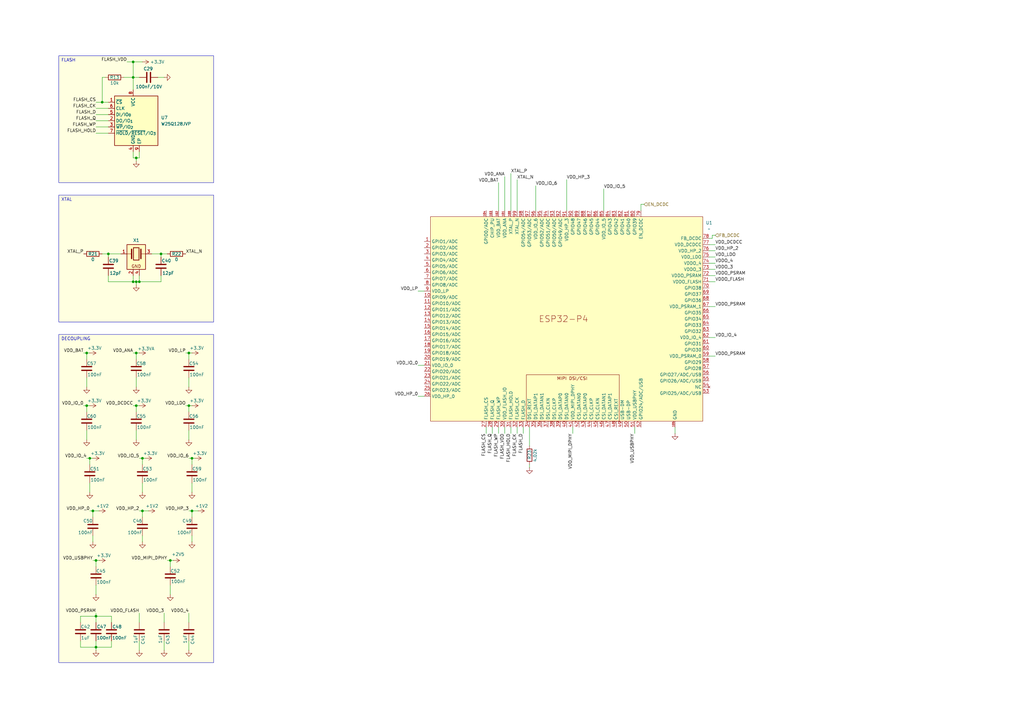
<source format=kicad_sch>
(kicad_sch (version 20250114) (generator "eeschema") (generator_version "9.0")
  (paper "A3")
  (lib_symbols
    (symbol "Device:C" (pin_numbers (hide yes)) (pin_names (offset 0.254))
      (property "Reference" "C" (at 0.635 2.54 0))
      (property "Value" "C" (at 0.635 -2.54 0))
      (symbol "C_1_1"
        (pin passive line (at 0 3.81 270) (length 2.794) (name "~") (number "1"))
        (pin passive line (at 0 -3.81 90) (length 2.794) (name "~") (number "2"))
      )
    )
    (symbol "Device:R" (pin_numbers (hide yes)) (pin_names (offset 0))
      (property "Reference" "R" (at 2.032 0 90))
      (property "Value" "R" (at 0 0 90))
      (symbol "R_1_1"
        (pin passive line (at 0 3.81 270) (length 1.27) (name "~") (number "1"))
        (pin passive line (at 0 -3.81 90) (length 1.27) (name "~") (number "2"))
      )
    )
    (symbol "Memory_Flash:W25Q128JVP"
      (property "Reference" "U" (at -6.35 11.43 0))
      (property "Value" "W25Q128JVP" (at 7.62 11.43 0))
      (symbol "W25Q128JVP_1_1"
        (pin input line (at -10.16 7.62 0) (length 2.54) (name "~{CS}") (number "1"))
        (pin input line (at -10.16 5.08 0) (length 2.54) (name "CLK") (number "6"))
        (pin bidirectional line (at -10.16 2.54 0) (length 2.54) (name "DI/IO_{0}") (number "5"))
        (pin bidirectional line (at -10.16 0 0) (length 2.54) (name "DO/IO_{1}") (number "2"))
        (pin bidirectional line (at -10.16 -2.54 0) (length 2.54) (name "~{WP}/IO_{2}") (number "3"))
        (pin bidirectional line (at -10.16 -5.08 0) (length 2.54) (name "~{HOLD}/~{RESET}/IO_{3}") (number "7"))
        (pin power_in line (at 0 12.7 270) (length 2.54) (name "VCC") (number "8"))
        (pin power_in line (at 0 -12.7 90) (length 2.54) (name "GND") (number "4"))
        (pin passive line (at 2.54 -12.7 90) (length 2.54) (name "EP") (number "9"))
      )
    )
    (symbol "PCM_Crystal_AKL:Crystal_Generic_GND24" (pin_names (offset 1.016) (hide yes))
      (property "Reference" "X" (at 0 8.89 0))
      (property "Value" "Crystal_Generic" (at 0 6.35 0))
      (symbol "Crystal_Generic_GND24_0_1"
        (text "GND" (at 0 -5.08 0) (effects (font (size 1.27 1.27))))
      )
      (symbol "Crystal_Generic_GND24_1_1"
        (pin passive line (at -6.35 0 0) (length 2.54) (name "1") (number "1"))
        (pin passive line (at -1.27 -8.89 90) (length 2.54) (name "2") (number "2"))
        (pin passive line (at 1.27 -8.89 90) (length 2.54) (name "4") (number "4"))
        (pin passive line (at 6.35 0 180) (length 2.54) (name "3") (number "3"))
      )
    )
    (symbol "PCM_Espressif:ESP32-P4"
      (property "Reference" "U" (at -54.61 43.688 0))
      (symbol "ESP32-P4_1_0"
        (pin bidirectional line (at -57.15 8.89 0) (length 2.54) (name "GPIO9/ADC") (number "10"))
        (pin bidirectional line (at -57.15 6.35 0) (length 2.54) (name "GPIO10/ADC") (number "11"))
        (pin bidirectional line (at -57.15 3.81 0) (length 2.54) (name "GPIO11/ADC") (number "12"))
        (pin bidirectional line (at -57.15 1.27 0) (length 2.54) (name "GPIO12/ADC") (number "13"))
        (pin bidirectional line (at -57.15 -1.27 0) (length 2.54) (name "GPIO13/ADC") (number "14"))
        (pin bidirectional line (at -57.15 -3.81 0) (length 2.54) (name "GPIO14/ADC") (number "15"))
        (pin bidirectional line (at -57.15 -6.35 0) (length 2.54) (name "GPIO15/ADC") (number "16"))
        (pin bidirectional line (at -57.15 -8.89 0) (length 2.54) (name "GPIO16/ADC") (number "17"))
        (pin bidirectional line (at -57.15 -11.43 0) (length 2.54) (name "GPIO17/ADC") (number "18"))
        (pin bidirectional line (at -57.15 -13.97 0) (length 2.54) (name "GPIO18/ADC") (number "19"))
        (pin bidirectional line (at -57.15 -16.51 0) (length 2.54) (name "GPIO19/ADC") (number "20"))
        (pin power_in line (at -57.15 -19.05 0) (length 2.54) (name "VDD_IO_0") (number "21"))
        (pin bidirectional line (at -57.15 -21.59 0) (length 2.54) (name "GPIO20/ADC") (number "22"))
        (pin bidirectional line (at -57.15 -24.13 0) (length 2.54) (name "GPIO21/ADC") (number "23"))
        (pin bidirectional line (at -57.15 -26.67 0) (length 2.54) (name "GPIO22/ADC") (number "24"))
        (pin bidirectional line (at -57.15 -29.21 0) (length 2.54) (name "GPIO23/ADC") (number "25"))
        (pin power_in line (at -57.15 -31.75 0) (length 2.54) (name "VDD_HP_0") (number "26"))
        (pin bidirectional line (at -31.75 44.45 270) (length 2.54) (name "GPIO0/ADC") (number "104"))
        (pin bidirectional line (at -31.75 -44.45 90) (length 2.54) (name "FLASH_CS") (number "27"))
        (pin input line (at -29.21 44.45 270) (length 2.54) (name "CHIP_PU") (number "103"))
        (pin bidirectional line (at -29.21 -44.45 90) (length 2.54) (name "FLASH_Q") (number "28"))
        (pin bidirectional line (at -26.67 44.45 270) (length 2.54) (name "VDD_BAT") (number "102"))
        (pin bidirectional line (at -26.67 -44.45 90) (length 2.54) (name "FLASH_WP") (number "29"))
        (pin bidirectional line (at -24.13 44.45 270) (length 2.54) (name "VDD_ANA") (number "101"))
        (pin power_in line (at -24.13 -44.45 90) (length 2.54) (name "VDD_FLASH_IO") (number "30"))
        (pin bidirectional line (at -21.59 44.45 270) (length 2.54) (name "XTAL_P") (number "100"))
        (pin bidirectional line (at -21.59 -44.45 90) (length 2.54) (name "FLASH_HOLD") (number "31"))
        (pin bidirectional line (at -19.05 44.45 270) (length 2.54) (name "XTAL_N") (number "99"))
        (pin bidirectional line (at -19.05 -44.45 90) (length 2.54) (name "FLASH_CK") (number "32"))
        (pin bidirectional line (at -16.51 44.45 270) (length 2.54) (name "GPIO54/ADC") (number "98"))
        (pin bidirectional line (at -16.51 -44.45 90) (length 2.54) (name "FLASH_D") (number "33"))
        (pin bidirectional line (at -13.97 44.45 270) (length 2.54) (name "GPIO53/ADC") (number "97"))
        (pin bidirectional line (at -13.97 -44.45 90) (length 2.54) (name "DSI_REXT") (number "34"))
        (pin power_in line (at -11.43 44.45 270) (length 2.54) (name "VDD_IO_6") (number "96"))
        (pin bidirectional line (at -11.43 -44.45 90) (length 2.54) (name "DSI_DATAP1") (number "35"))
        (pin bidirectional line (at -8.89 44.45 270) (length 2.54) (name "GPIO52/ADC") (number "95"))
        (pin bidirectional line (at -8.89 -44.45 90) (length 2.54) (name "DSI_DATAN1") (number "36"))
        (pin bidirectional line (at -6.35 44.45 270) (length 2.54) (name "GPIO51/ADC") (number "94"))
        (pin bidirectional line (at -6.35 -44.45 90) (length 2.54) (name "DSI_CLKN") (number "37"))
        (pin bidirectional line (at -3.81 44.45 270) (length 2.54) (name "GPIO50/ADC") (number "93"))
        (pin bidirectional line (at -3.81 -44.45 90) (length 2.54) (name "DSI_CLKP") (number "38"))
        (pin bidirectional line (at -1.27 44.45 270) (length 2.54) (name "GPIO49/ADC") (number "92"))
        (pin bidirectional line (at -1.27 -44.45 90) (length 2.54) (name "DSI_DATAP0") (number "39"))
        (pin power_in line (at 1.27 44.45 270) (length 2.54) (name "VDD_HP_3") (number "91"))
        (pin bidirectional line (at 1.27 -44.45 90) (length 2.54) (name "DSI_DATAN0") (number "40"))
        (pin bidirectional line (at 3.81 44.45 270) (length 2.54) (name "GPIO48") (number "90"))
        (pin power_in line (at 3.81 -44.45 90) (length 2.54) (name "VDD_MIPI_DPHY") (number "41"))
        (pin bidirectional line (at 6.35 44.45 270) (length 2.54) (name "GPIO47") (number "89"))
        (pin bidirectional line (at 6.35 -44.45 90) (length 2.54) (name "CSI_DATAN0") (number "42"))
        (pin bidirectional line (at 8.89 44.45 270) (length 2.54) (name "GPIO46") (number "88"))
        (pin bidirectional line (at 8.89 -44.45 90) (length 2.54) (name "CSI_DATAP0") (number "43"))
        (pin bidirectional line (at 11.43 44.45 270) (length 2.54) (name "GPIO45") (number "87"))
        (pin bidirectional line (at 11.43 -44.45 90) (length 2.54) (name "CSI_CLKP") (number "44"))
        (pin bidirectional line (at 13.97 44.45 270) (length 2.54) (name "GPIO44") (number "86"))
        (pin bidirectional line (at 13.97 -44.45 90) (length 2.54) (name "CSI_CLKN") (number "45"))
        (pin power_in line (at 16.51 44.45 270) (length 2.54) (name "VDD_IO_5") (number "85"))
        (pin bidirectional line (at 16.51 -44.45 90) (length 2.54) (name "CSI_DATAN1") (number "46"))
        (pin bidirectional line (at 19.05 44.45 270) (length 2.54) (name "GPIO43") (number "84"))
        (pin bidirectional line (at 19.05 -44.45 90) (length 2.54) (name "CSI_DATAP1") (number "47"))
        (pin bidirectional line (at 21.59 44.45 270) (length 2.54) (name "GPIO42") (number "83"))
        (pin bidirectional line (at 21.59 -44.45 90) (length 2.54) (name "CSI_REXT") (number "48"))
        (pin bidirectional line (at 24.13 44.45 270) (length 2.54) (name "GPIO41") (number "82"))
        (pin bidirectional line (at 24.13 -44.45 90) (length 2.54) (name "USB-DM") (number "49"))
        (pin bidirectional line (at 26.67 44.45 270) (length 2.54) (name "GPIO40") (number "81"))
        (pin bidirectional line (at 26.67 -44.45 90) (length 2.54) (name "USB-DP") (number "50"))
        (pin bidirectional line (at 29.21 44.45 270) (length 2.54) (name "GPIO39") (number "80"))
        (pin power_in line (at 29.21 -44.45 90) (length 2.54) (name "VDD_USBPHY") (number "51"))
        (pin output line (at 31.75 44.45 270) (length 2.54) (name "EN_DCDC") (number "79"))
        (pin bidirectional line (at 31.75 -44.45 90) (length 2.54) (name "GPIO24/ADC/USB") (number "52"))
        (pin power_in line (at 45.72 -44.45 90) (length 2.54) (name "GND") (number "105"))
        (pin bidirectional line (at 59.69 33.02 180) (length 2.54) (name "FB_DCDC") (number "78"))
        (pin power_in line (at 59.69 30.48 180) (length 2.54) (name "VDD_DCDCC") (number "77"))
        (pin power_in line (at 59.69 27.94 180) (length 2.54) (name "VDD_HP_2") (number "76"))
        (pin power_in line (at 59.69 25.4 180) (length 2.54) (name "VDD_LDO") (number "75"))
        (pin power_in line (at 59.69 22.86 180) (length 2.54) (name "VDDO_4") (number "74"))
        (pin power_in line (at 59.69 20.32 180) (length 2.54) (name "VDDO_3") (number "73"))
        (pin power_in line (at 59.69 17.78 180) (length 2.54) (name "VDDO_PSRAM") (number "72"))
        (pin power_in line (at 59.69 15.24 180) (length 2.54) (name "VDDO_FLASH") (number "71"))
        (pin bidirectional line (at 59.69 12.7 180) (length 2.54) (name "GPIO38") (number "70"))
        (pin bidirectional line (at 59.69 10.16 180) (length 2.54) (name "GPIO37") (number "69"))
        (pin bidirectional line (at 59.69 7.62 180) (length 2.54) (name "GPIO36") (number "68"))
        (pin power_in line (at 59.69 5.08 180) (length 2.54) (name "VDD_PSRAM_1") (number "67"))
        (pin bidirectional line (at 59.69 2.54 180) (length 2.54) (name "GPIO35") (number "66"))
        (pin bidirectional line (at 59.69 0 180) (length 2.54) (name "GPIO34") (number "65"))
        (pin bidirectional line (at 59.69 -2.54 180) (length 2.54) (name "GPIO33") (number "64"))
        (pin bidirectional line (at 59.69 -5.08 180) (length 2.54) (name "GPIO32") (number "63"))
        (pin power_in line (at 59.69 -7.62 180) (length 2.54) (name "VDD_IO_4") (number "62"))
        (pin bidirectional line (at 59.69 -10.16 180) (length 2.54) (name "GPIO31") (number "61"))
        (pin bidirectional line (at 59.69 -12.7 180) (length 2.54) (name "GPIO30") (number "60"))
        (pin power_in line (at 59.69 -15.24 180) (length 2.54) (name "VDD_PSRAM_0") (number "59"))
        (pin bidirectional line (at 59.69 -17.78 180) (length 2.54) (name "GPIO29") (number "58"))
        (pin bidirectional line (at 59.69 -20.32 180) (length 2.54) (name "GPIO28") (number "57"))
        (pin bidirectional line (at 59.69 -22.86 180) (length 2.54) (name "GPIO27/ADC/USB") (number "56"))
        (pin bidirectional line (at 59.69 -25.4 180) (length 2.54) (name "GPIO26/ADC/USB") (number "55"))
        (pin no_connect line (at 59.69 -27.94 180) (length 2.54) (name "NC") (number "54"))
        (pin bidirectional line (at 59.69 -30.48 180) (length 2.54) (name "GPIO25/ADC/USB") (number "53"))
      )
      (symbol "ESP32-P4_1_1"
        (text "ESP32-P4" (at 0 0 0) (effects (font (size 2.54 2.54))))
        (text "MIPI DSI/CSI" (at 3.556 -24.384 0) (effects (font (size 1.27 1.27))))
        (pin bidirectional line (at -57.15 31.75 0) (length 2.54) (name "GPIO1/ADC") (number "1"))
        (pin bidirectional line (at -57.15 29.21 0) (length 2.54) (name "GPIO2/ADC") (number "2"))
        (pin bidirectional line (at -57.15 26.67 0) (length 2.54) (name "GPIO3/ADC") (number "3"))
        (pin bidirectional line (at -57.15 24.13 0) (length 2.54) (name "GPIO4/ADC") (number "4"))
        (pin bidirectional line (at -57.15 21.59 0) (length 2.54) (name "GPIO5/ADC") (number "5"))
        (pin bidirectional line (at -57.15 19.05 0) (length 2.54) (name "GPIO6/ADC") (number "6"))
        (pin bidirectional line (at -57.15 16.51 0) (length 2.54) (name "GPIO7/ADC") (number "7"))
        (pin bidirectional line (at -57.15 13.97 0) (length 2.54) (name "GPIO8/ADC") (number "8"))
        (pin power_in line (at -57.15 11.43 0) (length 2.54) (name "VDD_LP") (number "9"))
      )
    )
    (symbol "power:+1V2" (power) (pin_numbers (hide yes)) (pin_names (offset 0) (hide yes))
      (property "Value" "+1V2" (at 0 3.556 0))
      (symbol "+1V2_1_1"
        (pin power_in line (at 0 0 90) (length 0) (name "~") (number "1"))
      )
    )
    (symbol "power:+2V5" (power) (pin_numbers (hide yes)) (pin_names (offset 0) (hide yes))
      (property "Value" "+2V5" (at 0 3.556 0))
      (symbol "+2V5_1_1"
        (pin power_in line (at 0 0 90) (length 0) (name "~") (number "1"))
      )
    )
    (symbol "power:+3.3V" (power) (pin_numbers (hide yes)) (pin_names (offset 0) (hide yes))
      (property "Value" "+3.3V" (at 0 3.556 0))
      (symbol "+3.3V_1_1"
        (pin power_in line (at 0 0 90) (length 0) (name "~") (number "1"))
      )
    )
    (symbol "power:+3.3VA" (power) (pin_numbers (hide yes)) (pin_names (offset 0) (hide yes))
      (property "Value" "+3.3VA" (at 0 3.556 0))
      (symbol "+3.3VA_1_1"
        (pin power_in line (at 0 0 90) (length 0) (name "~") (number "1"))
      )
    )
    (symbol "power:GND" (power) (pin_numbers (hide yes)) (pin_names (offset 0) (hide yes))
      (property "Value" "GND" (at 0 -3.81 0))
      (symbol "GND_1_1"
        (pin power_in line (at 0 0 270) (length 0) (name "~") (number "1"))
      )
    )
  )
  (text_box "XTAL\n" (at 24.13 80.01 0) (size 63.5 52.07) (margins 0.9525 0.9525 0.9525 0.9525) (fill (type color) (color 255 255 194 0.5)) (effects (font (size 1.27 1.27)) (justify left top)))
  (text_box "FLASH" (at 24.13 22.86 0) (size 63.5 52.07) (margins 0.9525 0.9525 0.9525 0.9525) (fill (type color) (color 255 255 194 0.5)) (effects (font (size 1.27 1.27)) (justify left top)))
  (text_box "DECOUPLING" (at 24.13 137.16 0) (size 63.5 134.62) (margins 0.9525 0.9525 0.9525 0.9525) (fill (type color) (color 255 255 194 0.5)) (effects (font (size 1.27 1.27)) (justify left top)))
  (junction (at 55.88 115.57))
  (junction (at 35.56 144.78))
  (junction (at 54.61 25.4))
  (junction (at 55.88 166.37))
  (junction (at 78.74 187.96))
  (junction (at 78.74 209.55))
  (junction (at 55.88 144.78))
  (junction (at 58.42 187.96))
  (junction (at 41.91 41.91))
  (junction (at 35.56 166.37))
  (junction (at 44.45 104.14))
  (junction (at 36.83 187.96))
  (junction (at 77.47 166.37))
  (junction (at 54.61 31.75))
  (junction (at 66.04 104.14))
  (junction (at 39.37 265.43))
  (junction (at 77.47 144.78))
  (junction (at 55.88 64.77))
  (junction (at 38.1 209.55))
  (junction (at 39.37 252.73))
  (junction (at 39.37 229.87))
  (junction (at 54.61 115.57))
  (junction (at 58.42 209.55))
  (junction (at 69.85 229.87))
  (junction (at 57.15 115.57))
  (wire (pts (xy 219.71 76.2) (xy 219.71 86.36)))
  (wire (pts (xy 54.61 25.4) (xy 54.61 31.75)))
  (wire (pts (xy 54.61 31.75) (xy 57.15 31.75)))
  (wire (pts (xy 57.15 262.89) (xy 57.15 266.7)))
  (wire (pts (xy 55.88 176.53) (xy 55.88 180.34)))
  (wire (pts (xy 55.88 144.78) (xy 57.15 144.78)))
  (wire (pts (xy 69.85 240.03) (xy 69.85 243.84)))
  (wire (pts (xy 290.83 113.03) (xy 293.37 113.03)))
  (wire (pts (xy 58.42 187.96) (xy 58.42 190.5)))
  (wire (pts (xy 69.85 229.87) (xy 69.85 232.41)))
  (wire (pts (xy 45.72 262.89) (xy 45.72 265.43)))
  (wire (pts (xy 57.15 209.55) (xy 58.42 209.55)))
  (wire (pts (xy 33.02 265.43) (xy 33.02 262.89)))
  (wire (pts (xy 57.15 62.23) (xy 57.15 64.77)))
  (wire (pts (xy 35.56 154.94) (xy 35.56 158.75)))
  (wire (pts (xy 290.83 146.05) (xy 293.37 146.05)))
  (wire (pts (xy 58.42 219.71) (xy 58.42 222.25)))
  (wire (pts (xy 77.47 144.78) (xy 77.47 147.32)))
  (wire (pts (xy 58.42 187.96) (xy 59.69 187.96)))
  (wire (pts (xy 204.47 74.93) (xy 204.47 86.36)))
  (wire (pts (xy 290.83 102.87) (xy 293.37 102.87)))
  (wire (pts (xy 39.37 240.03) (xy 39.37 243.84)))
  (wire (pts (xy 171.45 162.56) (xy 173.99 162.56)))
  (wire (pts (xy 57.15 187.96) (xy 58.42 187.96)))
  (wire (pts (xy 44.45 104.14) (xy 49.53 104.14)))
  (wire (pts (xy 54.61 166.37) (xy 55.88 166.37)))
  (wire (pts (xy 52.07 25.4) (xy 54.61 25.4)))
  (wire (pts (xy 44.45 104.14) (xy 44.45 105.41)))
  (wire (pts (xy 247.65 77.47) (xy 247.65 86.36)))
  (wire (pts (xy 39.37 252.73) (xy 39.37 255.27)))
  (wire (pts (xy 38.1 209.55) (xy 40.64 209.55)))
  (wire (pts (xy 290.83 107.95) (xy 293.37 107.95)))
  (wire (pts (xy 171.45 119.38) (xy 173.99 119.38)))
  (wire (pts (xy 39.37 262.89) (xy 39.37 265.43)))
  (wire (pts (xy 67.31 251.46) (xy 67.31 255.27)))
  (wire (pts (xy 50.8 31.75) (xy 54.61 31.75)))
  (wire (pts (xy 45.72 255.27) (xy 45.72 252.73)))
  (wire (pts (xy 39.37 251.46) (xy 39.37 252.73)))
  (wire (pts (xy 78.74 209.55) (xy 81.28 209.55)))
  (wire (pts (xy 77.47 166.37) (xy 78.74 166.37)))
  (wire (pts (xy 35.56 144.78) (xy 35.56 147.32)))
  (wire (pts (xy 201.93 175.26) (xy 201.93 177.8)))
  (wire (pts (xy 234.95 175.26) (xy 234.95 177.8)))
  (wire (pts (xy 290.83 138.43) (xy 293.37 138.43)))
  (wire (pts (xy 55.88 66.04) (xy 55.88 64.77)))
  (wire (pts (xy 209.55 175.26) (xy 209.55 177.8)))
  (wire (pts (xy 68.58 229.87) (xy 69.85 229.87)))
  (wire (pts (xy 45.72 252.73) (xy 39.37 252.73)))
  (wire (pts (xy 276.86 175.26) (xy 276.86 177.8)))
  (wire (pts (xy 62.23 104.14) (xy 66.04 104.14)))
  (wire (pts (xy 78.74 187.96) (xy 80.01 187.96)))
  (wire (pts (xy 55.88 154.94) (xy 55.88 158.75)))
  (wire (pts (xy 57.15 113.03) (xy 57.15 115.57)))
  (wire (pts (xy 44.45 113.03) (xy 44.45 115.57)))
  (wire (pts (xy 55.88 144.78) (xy 55.88 147.32)))
  (wire (pts (xy 77.47 176.53) (xy 77.47 180.34)))
  (wire (pts (xy 66.04 113.03) (xy 66.04 115.57)))
  (wire (pts (xy 66.04 104.14) (xy 68.58 104.14)))
  (wire (pts (xy 39.37 46.99) (xy 44.45 46.99)))
  (wire (pts (xy 36.83 187.96) (xy 38.1 187.96)))
  (wire (pts (xy 39.37 229.87) (xy 40.64 229.87)))
  (wire (pts (xy 57.15 64.77) (xy 55.88 64.77)))
  (wire (pts (xy 35.56 166.37) (xy 36.83 166.37)))
  (wire (pts (xy 66.04 104.14) (xy 66.04 105.41)))
  (wire (pts (xy 290.83 115.57) (xy 293.37 115.57)))
  (wire (pts (xy 54.61 64.77) (xy 54.61 62.23)))
  (wire (pts (xy 207.01 72.39) (xy 207.01 86.36)))
  (wire (pts (xy 290.83 105.41) (xy 293.37 105.41)))
  (wire (pts (xy 39.37 265.43) (xy 39.37 266.7)))
  (wire (pts (xy 77.47 262.89) (xy 77.47 266.7)))
  (wire (pts (xy 38.1 229.87) (xy 39.37 229.87)))
  (wire (pts (xy 35.56 176.53) (xy 35.56 180.34)))
  (wire (pts (xy 204.47 175.26) (xy 204.47 177.8)))
  (wire (pts (xy 78.74 219.71) (xy 78.74 222.25)))
  (wire (pts (xy 39.37 49.53) (xy 44.45 49.53)))
  (wire (pts (xy 292.1 96.52) (xy 292.1 97.79)))
  (wire (pts (xy 54.61 144.78) (xy 55.88 144.78)))
  (wire (pts (xy 57.15 251.46) (xy 57.15 255.27)))
  (wire (pts (xy 214.63 175.26) (xy 214.63 177.8)))
  (wire (pts (xy 34.29 166.37) (xy 35.56 166.37)))
  (wire (pts (xy 44.45 41.91) (xy 41.91 41.91)))
  (wire (pts (xy 212.09 73.66) (xy 212.09 86.36)))
  (wire (pts (xy 232.41 73.66) (xy 232.41 86.36)))
  (wire (pts (xy 264.16 83.82) (xy 262.89 83.82)))
  (wire (pts (xy 209.55 71.12) (xy 209.55 86.36)))
  (wire (pts (xy 217.17 175.26) (xy 217.17 182.88)))
  (wire (pts (xy 262.89 83.82) (xy 262.89 86.36)))
  (wire (pts (xy 58.42 198.12) (xy 58.42 201.93)))
  (wire (pts (xy 43.18 31.75) (xy 41.91 31.75)))
  (wire (pts (xy 45.72 265.43) (xy 39.37 265.43)))
  (wire (pts (xy 69.85 229.87) (xy 71.12 229.87)))
  (wire (pts (xy 38.1 209.55) (xy 38.1 212.09)))
  (wire (pts (xy 77.47 144.78) (xy 78.74 144.78)))
  (wire (pts (xy 36.83 209.55) (xy 38.1 209.55)))
  (wire (pts (xy 292.1 97.79) (xy 290.83 97.79)))
  (wire (pts (xy 290.83 125.73) (xy 293.37 125.73)))
  (wire (pts (xy 54.61 31.75) (xy 54.61 36.83)))
  (wire (pts (xy 36.83 198.12) (xy 36.83 201.93)))
  (wire (pts (xy 41.91 104.14) (xy 44.45 104.14)))
  (wire (pts (xy 57.15 115.57) (xy 55.88 115.57)))
  (wire (pts (xy 199.39 175.26) (xy 199.39 177.8)))
  (wire (pts (xy 44.45 115.57) (xy 54.61 115.57)))
  (wire (pts (xy 35.56 166.37) (xy 35.56 168.91)))
  (wire (pts (xy 39.37 54.61) (xy 44.45 54.61)))
  (wire (pts (xy 76.2 166.37) (xy 77.47 166.37)))
  (wire (pts (xy 217.17 190.5) (xy 217.17 191.77)))
  (wire (pts (xy 58.42 209.55) (xy 60.96 209.55)))
  (wire (pts (xy 207.01 175.26) (xy 207.01 177.8)))
  (wire (pts (xy 66.04 115.57) (xy 57.15 115.57)))
  (wire (pts (xy 58.42 209.55) (xy 58.42 212.09)))
  (wire (pts (xy 54.61 115.57) (xy 54.61 113.03)))
  (wire (pts (xy 38.1 219.71) (xy 38.1 222.25)))
  (wire (pts (xy 39.37 52.07) (xy 44.45 52.07)))
  (wire (pts (xy 41.91 31.75) (xy 41.91 41.91)))
  (wire (pts (xy 55.88 166.37) (xy 55.88 168.91)))
  (wire (pts (xy 77.47 209.55) (xy 78.74 209.55)))
  (wire (pts (xy 35.56 187.96) (xy 36.83 187.96)))
  (wire (pts (xy 39.37 252.73) (xy 33.02 252.73)))
  (wire (pts (xy 39.37 265.43) (xy 33.02 265.43)))
  (wire (pts (xy 35.56 144.78) (xy 36.83 144.78)))
  (wire (pts (xy 78.74 187.96) (xy 78.74 190.5)))
  (wire (pts (xy 78.74 209.55) (xy 78.74 212.09)))
  (wire (pts (xy 64.77 31.75) (xy 67.31 31.75)))
  (wire (pts (xy 77.47 166.37) (xy 77.47 168.91)))
  (wire (pts (xy 55.88 115.57) (xy 54.61 115.57)))
  (wire (pts (xy 67.31 262.89) (xy 67.31 266.7)))
  (wire (pts (xy 260.35 175.26) (xy 260.35 177.8)))
  (wire (pts (xy 55.88 166.37) (xy 57.15 166.37)))
  (wire (pts (xy 33.02 252.73) (xy 33.02 255.27)))
  (wire (pts (xy 292.1 96.52) (xy 293.37 96.52)))
  (wire (pts (xy 212.09 175.26) (xy 212.09 177.8)))
  (wire (pts (xy 55.88 116.84) (xy 55.88 115.57)))
  (wire (pts (xy 290.83 100.33) (xy 293.37 100.33)))
  (wire (pts (xy 41.91 41.91) (xy 39.37 41.91)))
  (wire (pts (xy 36.83 187.96) (xy 36.83 190.5)))
  (wire (pts (xy 78.74 198.12) (xy 78.74 201.93)))
  (wire (pts (xy 76.2 144.78) (xy 77.47 144.78)))
  (wire (pts (xy 171.45 149.86) (xy 173.99 149.86)))
  (wire (pts (xy 34.29 144.78) (xy 35.56 144.78)))
  (wire (pts (xy 290.83 110.49) (xy 293.37 110.49)))
  (wire (pts (xy 58.42 25.4) (xy 54.61 25.4)))
  (wire (pts (xy 77.47 251.46) (xy 77.47 255.27)))
  (wire (pts (xy 77.47 187.96) (xy 78.74 187.96)))
  (wire (pts (xy 39.37 44.45) (xy 44.45 44.45)))
  (wire (pts (xy 55.88 64.77) (xy 54.61 64.77)))
  (wire (pts (xy 39.37 229.87) (xy 39.37 232.41)))
  (wire (pts (xy 77.47 154.94) (xy 77.47 158.75)))
  (label "VDD_HP_2" (at 293.37 102.87 0))
  (label "FLASH_Q" (at 39.37 49.53 180))
  (label "FLASH_HOLD" (at 209.55 177.8 270))
  (label "FLASH_CS" (at 39.37 41.91 180))
  (label "FLASH_D" (at 39.37 46.99 180))
  (label "VDD_LDO" (at 293.37 105.41 0))
  (label "VDDO_4" (at 77.47 251.46 180))
  (label "VDD_IO_6" (at 77.47 187.96 180))
  (label "VDDO_3" (at 67.31 251.46 180))
  (label "FLASH_VDD" (at 207.01 177.8 270))
  (label "VDD_MIPI_DPHY" (at 68.58 229.87 180))
  (label "VDD_BAT" (at 204.47 74.93 180))
  (label "VDD_IO_4" (at 293.37 138.43 0))
  (label "VDDO_PSRAM" (at 293.37 113.03 0))
  (label "VDD_LP" (at 171.45 119.38 180))
  (label "XTAL_P" (at 34.29 104.14 180))
  (label "VDD_HP_0" (at 171.45 162.56 180))
  (label "VDD_HP_2" (at 57.15 209.55 180))
  (label "VDD_IO_0" (at 171.45 149.86 180))
  (label "XTAL_P" (at 209.55 71.12 0))
  (label "VDD_ANA" (at 54.61 144.78 180))
  (label "VDDO_FLASH" (at 293.37 115.57 0))
  (label "VDD_IO_4" (at 35.56 187.96 180))
  (label "VDD_HP_3" (at 77.47 209.55 180))
  (label "VDD_IO_5" (at 247.65 77.47 0))
  (label "VDD_IO_6" (at 219.71 76.2 0))
  (label "VDDO_PSRAM" (at 293.37 125.73 0))
  (label "VDD_USBPHY" (at 38.1 229.87 180))
  (label "VDD_LP" (at 76.2 144.78 180))
  (label "VDDO_3" (at 293.37 110.49 0))
  (label "FLASH_HOLD" (at 39.37 54.61 180))
  (label "FLASH_CS" (at 199.39 177.8 270))
  (label "VDD_IO_5" (at 57.15 187.96 180))
  (label "VDDO_4" (at 293.37 107.95 0))
  (label "FLASH_WP" (at 39.37 52.07 180))
  (label "VDD_HP_0" (at 36.83 209.55 180))
  (label "VDD_DCDCC" (at 293.37 100.33 0))
  (label "VDDO_PSRAM" (at 39.37 251.46 180))
  (label "XTAL_N" (at 76.2 104.14 0))
  (label "VDD_USBPHY" (at 260.35 177.8 270))
  (label "VDD_DCDCC" (at 54.61 166.37 180))
  (label "FLASH_Q" (at 201.93 177.8 270))
  (label "FLASH_VDD" (at 52.07 25.4 180))
  (label "VDD_IO_0" (at 34.29 166.37 180))
  (label "VDD_MIPI_DPHY" (at 234.95 177.8 270))
  (label "VDD_ANA" (at 207.01 72.39 180))
  (label "VDD_HP_3" (at 232.41 73.66 0))
  (label "VDD_LDO" (at 76.2 166.37 180))
  (label "VDDO_FLASH" (at 57.15 251.46 180))
  (label "VDD_BAT" (at 34.29 144.78 180))
  (label "FLASH_CK" (at 212.09 177.8 270))
  (label "VDDO_PSRAM" (at 293.37 146.05 0))
  (label "XTAL_N" (at 212.09 73.66 0))
  (label "FLASH_CK" (at 39.37 44.45 180))
  (label "FLASH_D" (at 214.63 177.8 270))
  (label "FLASH_WP" (at 204.47 177.8 270))
  (hierarchical_label "FB_DCDC" (shape input) (at 293.37 96.52 0))
  (hierarchical_label "EN_DCDC" (shape input) (at 264.16 83.82 0))
  (symbol (lib_id "power:GND") (at 77.47 180.34 0) (unit 1)
    (property "Reference" "#PWR085" (effects (hide yes)))
    (property "Value" "GND" (effects (hide yes)))
    (property "Description" "Power symbol creates a global label with name \"GND\" , ground" (effects (hide yes)))
  )
  (symbol (lib_id "Device:C") (at 33.02 259.08 0) (unit 1)
    (property "Reference" "C42" (at 35.052 257.048 0))
    (property "Value" "1uF" (at 35.052 261.62 0))
    (property "Description" "Unpolarized capacitor" (effects (hide yes)))
  )
  (symbol (lib_id "power:+3.3V") (at 59.69 187.96 270) (unit 1)
    (property "Reference" "#PWR080" (effects (hide yes)))
    (property "Value" "+3.3V" (at 58.674 185.928 90) (effects (justify left)))
    (property "Description" "Power symbol creates a global label with name \"+3.3V\"" (effects (hide yes)))
  )
  (symbol (lib_id "Device:C") (at 77.47 259.08 0) (unit 1)
    (property "Reference" "C44" (at 78.994 262.382 90))
    (property "Value" "1uF" (at 75.946 262.128 90))
    (property "Description" "Unpolarized capacitor" (effects (hide yes)))
  )
  (symbol (lib_id "power:GND") (at 58.42 201.93 0) (unit 1)
    (property "Reference" "#PWR079" (effects (hide yes)))
    (property "Value" "GND" (effects (hide yes)))
    (property "Description" "Power symbol creates a global label with name \"GND\" , ground" (effects (hide yes)))
  )
  (symbol (lib_id "power:GND") (at 276.86 177.8 0) (unit 1)
    (property "Reference" "#PWR024" (effects (hide yes)))
    (property "Value" "GND" (effects (hide yes)))
    (property "Description" "Power symbol creates a global label with name \"GND\" , ground" (effects (hide yes)))
  )
  (symbol (lib_id "power:GND") (at 58.42 222.25 0) (unit 1)
    (property "Reference" "#PWR038" (effects (hide yes)))
    (property "Value" "GND" (effects (hide yes)))
    (property "Description" "Power symbol creates a global label with name \"GND\" , ground" (effects (hide yes)))
  )
  (symbol (lib_id "power:+3.3VA") (at 57.15 144.78 270) (unit 1)
    (property "Reference" "#PWR091" (effects (hide yes)))
    (property "Value" "+3.3VA" (at 56.388 143.002 90) (effects (justify left)))
    (property "Description" "Power symbol creates a global label with name \"+3.3VA\"" (effects (hide yes)))
  )
  (symbol (lib_id "power:GND") (at 67.31 31.75 90) (unit 1)
    (property "Reference" "#PWR021" (effects (hide yes)))
    (property "Value" "GND" (effects (hide yes)))
    (property "Description" "Power symbol creates a global label with name \"GND\" , ground" (effects (hide yes)))
  )
  (symbol (lib_id "power:+3.3V") (at 78.74 166.37 270) (unit 1)
    (property "Reference" "#PWR086" (effects (hide yes)))
    (property "Value" "+3.3V" (at 77.724 164.338 90) (effects (justify left)))
    (property "Description" "Power symbol creates a global label with name \"+3.3V\"" (effects (hide yes)))
  )
  (symbol (lib_id "PCM_Espressif:ESP32-P4") (at 231.14 130.81 0) (unit 1)
    (property "Reference" "U1" (at 290.83 91.3698 0))
    (property "Value" "~" (at 290.83 93.9098 0))
    (property "Footprint" "PCM_Espressif:ESP32-P4" (effects (hide yes)))
    (property "Description" "High-performance MCU with one RISC-V 32-bit dual-core microprocessor and one single-core microprocessor" (effects (hide yes)))
  )
  (symbol (lib_id "Device:C") (at 55.88 151.13 0) (unit 1)
    (property "Reference" "C58" (at 57.912 149.098 0))
    (property "Value" "100nF" (at 59.182 153.67 0))
    (property "Description" "Unpolarized capacitor" (effects (hide yes)))
  )
  (symbol (lib_id "Device:R") (at 46.99 31.75 270) (unit 1)
    (property "Reference" "R13" (at 46.99 31.75 90))
    (property "Value" "10k" (at 46.99 34.036 90))
    (property "Description" "Resistor" (effects (hide yes)))
  )
  (symbol (lib_id "power:+3.3V") (at 36.83 166.37 270) (unit 1)
    (property "Reference" "#PWR095" (effects (hide yes)))
    (property "Value" "+3.3V" (at 35.814 164.338 90) (effects (justify left)))
    (property "Description" "Power symbol creates a global label with name \"+3.3V\"" (effects (hide yes)))
  )
  (symbol (lib_id "power:GND") (at 35.56 158.75 0) (unit 1)
    (property "Reference" "#PWR087" (effects (hide yes)))
    (property "Value" "GND" (effects (hide yes)))
    (property "Description" "Power symbol creates a global label with name \"GND\" , ground" (effects (hide yes)))
  )
  (symbol (lib_id "power:+3.3V") (at 40.64 229.87 270) (unit 1)
    (property "Reference" "#PWR048" (effects (hide yes)))
    (property "Value" "+3.3V" (at 39.624 227.838 90) (effects (justify left)))
    (property "Description" "Power symbol creates a global label with name \"+3.3V\"" (effects (hide yes)))
  )
  (symbol (lib_id "power:GND") (at 39.37 266.7 0) (unit 1)
    (property "Reference" "#PWR026" (effects (hide yes)))
    (property "Value" "GND" (effects (hide yes)))
    (property "Description" "Power symbol creates a global label with name \"GND\" , ground" (effects (hide yes)))
  )
  (symbol (lib_id "Device:C") (at 58.42 215.9 0) (unit 1)
    (property "Reference" "C46" (at 56.388 213.614 0))
    (property "Value" "100nF" (at 55.372 218.44 0))
    (property "Description" "Unpolarized capacitor" (effects (hide yes)))
  )
  (symbol (lib_id "Memory_Flash:W25Q128JVP") (at 54.61 49.53 0) (unit 1)
    (property "Reference" "U7" (at 66.04 48.2599 0) (effects (justify left)))
    (property "Value" "W25Q128JVP" (at 66.04 50.7999 0) (effects (justify left)))
    (property "Footprint" "Package_SON:WSON-8-1EP_6x5mm_P1.27mm_EP3.4x4.3mm" (effects (hide yes)))
    (property "Datasheet" "https://www.winbond.com/resource-files/w25q128jv_dtr%20revc%2003272018%20plus.pdf" (effects (hide yes)))
    (property "Description" "128Mbit / 16MiB Serial Flash Memory, Standard/Dual/Quad SPI, 2.7-3.6V, WSON-8" (effects (hide yes)))
  )
  (symbol (lib_id "power:+3.3V") (at 38.1 187.96 270) (unit 1)
    (property "Reference" "#PWR078" (effects (hide yes)))
    (property "Value" "+3.3V" (at 37.084 185.928 90) (effects (justify left)))
    (property "Description" "Power symbol creates a global label with name \"+3.3V\"" (effects (hide yes)))
  )
  (symbol (lib_id "power:+1V2") (at 60.96 209.55 270) (unit 1)
    (property "Reference" "#PWR046" (effects (hide yes)))
    (property "Value" "+1V2" (at 59.69 207.518 90) (effects (justify left)))
    (property "Description" "Power symbol creates a global label with name \"+1V2\"" (effects (hide yes)))
  )
  (symbol (lib_id "power:GND") (at 36.83 201.93 0) (unit 1)
    (property "Reference" "#PWR077" (effects (hide yes)))
    (property "Value" "GND" (effects (hide yes)))
    (property "Description" "Power symbol creates a global label with name \"GND\" , ground" (effects (hide yes)))
  )
  (symbol (lib_id "Device:C") (at 77.47 172.72 0) (unit 1)
    (property "Reference" "C56" (at 79.502 170.688 0))
    (property "Value" "100nF" (at 80.772 175.26 0))
    (property "Description" "Unpolarized capacitor" (effects (hide yes)))
  )
  (symbol (lib_id "PCM_Crystal_AKL:Crystal_Generic_GND24") (at 55.88 104.14 0) (unit 1)
    (property "Reference" "X1" (at 55.88 98.552 0))
    (property "Value" "ECS-400-10-37B2-CKY-TR" (effects (hide yes)))
    (property "Footprint" "Crystal:Crystal_SMD_2016-4Pin_2.0x1.6mm" (effects (hide yes)))
    (property "Description" "Quartz crystal, Shielded, Generic symbol, Alternate KiCad Library" (effects (hide yes)))
  )
  (symbol (lib_id "power:GND") (at 55.88 116.84 0) (unit 1)
    (property "Reference" "#PWR075" (effects (hide yes)))
    (property "Value" "GND" (effects (hide yes)))
    (property "Description" "Power symbol creates a global label with name \"GND\" , ground" (effects (hide yes)))
  )
  (symbol (lib_id "Device:C") (at 69.85 236.22 0) (unit 1)
    (property "Reference" "C52" (at 71.882 234.188 0))
    (property "Value" "100nF" (at 73.152 238.506 0))
    (property "Description" "Unpolarized capacitor" (effects (hide yes)))
  )
  (symbol (lib_id "Device:C") (at 38.1 215.9 0) (unit 1)
    (property "Reference" "C50" (at 36.068 213.614 0))
    (property "Value" "100nF" (at 35.052 218.44 0))
    (property "Description" "Unpolarized capacitor" (effects (hide yes)))
  )
  (symbol (lib_id "power:+3.3V") (at 80.01 187.96 270) (unit 1)
    (property "Reference" "#PWR093" (effects (hide yes)))
    (property "Value" "+3.3V" (at 78.994 185.928 90) (effects (justify left)))
    (property "Description" "Power symbol creates a global label with name \"+3.3V\"" (effects (hide yes)))
  )
  (symbol (lib_id "power:+2V5") (at 71.12 229.87 270) (unit 1)
    (property "Reference" "#PWR050" (effects (hide yes)))
    (property "Value" "+2V5" (at 70.358 227.33 90) (effects (justify left)))
    (property "Description" "Power symbol creates a global label with name \"+2V5\"" (effects (hide yes)))
  )
  (symbol (lib_id "Device:C") (at 35.56 151.13 0) (unit 1)
    (property "Reference" "C57" (at 37.592 149.098 0))
    (property "Value" "100nF" (at 38.862 153.67 0))
    (property "Description" "Unpolarized capacitor" (effects (hide yes)))
  )
  (symbol (lib_id "power:GND") (at 55.88 66.04 0) (unit 1)
    (property "Reference" "#PWR022" (effects (hide yes)))
    (property "Value" "GND" (effects (hide yes)))
    (property "Description" "Power symbol creates a global label with name \"GND\" , ground" (effects (hide yes)))
  )
  (symbol (lib_id "power:GND") (at 67.31 266.7 0) (unit 1)
    (property "Reference" "#PWR027" (effects (hide yes)))
    (property "Value" "GND" (effects (hide yes)))
    (property "Description" "Power symbol creates a global label with name \"GND\" , ground" (effects (hide yes)))
  )
  (symbol (lib_id "power:GND") (at 69.85 243.84 0) (unit 1)
    (property "Reference" "#PWR049" (effects (hide yes)))
    (property "Value" "GND" (effects (hide yes)))
    (property "Description" "Power symbol creates a global label with name \"GND\" , ground" (effects (hide yes)))
  )
  (symbol (lib_id "Device:C") (at 36.83 194.31 0) (unit 1)
    (property "Reference" "C51" (at 38.862 192.278 0))
    (property "Value" "100nF" (at 40.132 196.85 0))
    (property "Description" "Unpolarized capacitor" (effects (hide yes)))
  )
  (symbol (lib_id "Device:C") (at 44.45 109.22 0) (unit 1)
    (property "Reference" "C39" (at 44.704 106.934 0) (effects (justify left)))
    (property "Value" "12pF" (at 44.958 112.014 0) (effects (justify left)))
    (property "Description" "Unpolarized capacitor" (effects (hide yes)))
  )
  (symbol (lib_id "Device:C") (at 39.37 236.22 0) (unit 1)
    (property "Reference" "C45" (at 41.402 234.188 0))
    (property "Value" "100nF" (at 42.672 238.76 0))
    (property "Description" "Unpolarized capacitor" (effects (hide yes)))
  )
  (symbol (lib_id "power:GND") (at 35.56 180.34 0) (unit 1)
    (property "Reference" "#PWR094" (effects (hide yes)))
    (property "Value" "GND" (effects (hide yes)))
    (property "Description" "Power symbol creates a global label with name \"GND\" , ground" (effects (hide yes)))
  )
  (symbol (lib_id "power:GND") (at 78.74 201.93 0) (unit 1)
    (property "Reference" "#PWR092" (effects (hide yes)))
    (property "Value" "GND" (effects (hide yes)))
    (property "Description" "Power symbol creates a global label with name \"GND\" , ground" (effects (hide yes)))
  )
  (symbol (lib_id "Device:C") (at 67.31 259.08 0) (unit 1)
    (property "Reference" "C43" (at 68.834 262.382 90))
    (property "Value" "1uF" (at 65.786 262.128 90))
    (property "Description" "Unpolarized capacitor" (effects (hide yes)))
  )
  (symbol (lib_id "Device:R") (at 72.39 104.14 90) (unit 1)
    (property "Reference" "R22" (at 72.39 104.14 90))
    (property "Value" "0" (at 72.39 106.426 90))
    (property "Description" "Resistor" (effects (hide yes)))
  )
  (symbol (lib_id "power:+3.3V") (at 36.83 144.78 270) (unit 1)
    (property "Reference" "#PWR088" (effects (hide yes)))
    (property "Value" "+3.3V" (at 35.814 142.748 90) (effects (justify left)))
    (property "Description" "Power symbol creates a global label with name \"+3.3V\"" (effects (hide yes)))
  )
  (symbol (lib_id "power:+3.3V") (at 58.42 25.4 270) (unit 1)
    (property "Reference" "#PWR051" (effects (hide yes)))
    (property "Value" "+3.3V" (at 64.516 25.4 90))
    (property "Description" "Power symbol creates a global label with name \"+3.3V\"" (effects (hide yes)))
  )
  (symbol (lib_id "Device:C") (at 78.74 194.31 0) (unit 1)
    (property "Reference" "C59" (at 80.772 192.278 0))
    (property "Value" "100nF" (at 82.042 196.85 0))
    (property "Description" "Unpolarized capacitor" (effects (hide yes)))
  )
  (symbol (lib_id "power:GND") (at 39.37 243.84 0) (unit 1)
    (property "Reference" "#PWR035" (effects (hide yes)))
    (property "Value" "GND" (effects (hide yes)))
    (property "Description" "Power symbol creates a global label with name \"GND\" , ground" (effects (hide yes)))
  )
  (symbol (lib_id "power:GND") (at 217.17 191.77 0) (unit 1)
    (property "Reference" "#PWR089" (effects (hide yes)))
    (property "Value" "GND" (effects (hide yes)))
    (property "Description" "Power symbol creates a global label with name \"GND\" , ground" (effects (hide yes)))
  )
  (symbol (lib_id "Device:C") (at 55.88 172.72 0) (unit 1)
    (property "Reference" "C55" (at 57.912 170.688 0))
    (property "Value" "100nF" (at 59.182 175.26 0))
    (property "Description" "Unpolarized capacitor" (effects (hide yes)))
  )
  (symbol (lib_id "Device:C") (at 57.15 259.08 0) (unit 1)
    (property "Reference" "C41" (at 58.674 262.382 90))
    (property "Value" "1uF" (at 55.626 262.128 90))
    (property "Description" "Unpolarized capacitor" (effects (hide yes)))
  )
  (symbol (lib_id "Device:C") (at 66.04 109.22 0) (unit 1)
    (property "Reference" "C40" (at 66.294 106.934 0) (effects (justify left)))
    (property "Value" "12pF" (at 66.548 112.014 0) (effects (justify left)))
    (property "Description" "Unpolarized capacitor" (effects (hide yes)))
  )
  (symbol (lib_id "power:+1V2") (at 40.64 209.55 270) (unit 1)
    (property "Reference" "#PWR036" (effects (hide yes)))
    (property "Value" "+1V2" (at 39.37 207.518 90) (effects (justify left)))
    (property "Description" "Power symbol creates a global label with name \"+1V2\"" (effects (hide yes)))
  )
  (symbol (lib_id "power:GND") (at 77.47 158.75 0) (unit 1)
    (property "Reference" "#PWR081" (effects (hide yes)))
    (property "Value" "GND" (effects (hide yes)))
    (property "Description" "Power symbol creates a global label with name \"GND\" , ground" (effects (hide yes)))
  )
  (symbol (lib_id "Device:C") (at 78.74 215.9 0) (unit 1)
    (property "Reference" "C49" (at 76.708 213.614 0))
    (property "Value" "100nF" (at 75.692 218.44 0))
    (property "Description" "Unpolarized capacitor" (effects (hide yes)))
  )
  (symbol (lib_id "Device:C") (at 35.56 172.72 0) (unit 1)
    (property "Reference" "C60" (at 37.592 170.688 0))
    (property "Value" "100nF" (at 38.862 175.26 0))
    (property "Description" "Unpolarized capacitor" (effects (hide yes)))
  )
  (symbol (lib_id "power:GND") (at 55.88 180.34 0) (unit 1)
    (property "Reference" "#PWR083" (effects (hide yes)))
    (property "Value" "GND" (effects (hide yes)))
    (property "Description" "Power symbol creates a global label with name \"GND\" , ground" (effects (hide yes)))
  )
  (symbol (lib_id "power:+3.3V") (at 78.74 144.78 270) (unit 1)
    (property "Reference" "#PWR082" (effects (hide yes)))
    (property "Value" "+3.3V" (at 77.724 142.748 90) (effects (justify left)))
    (property "Description" "Power symbol creates a global label with name \"+3.3V\"" (effects (hide yes)))
  )
  (symbol (lib_id "power:GND") (at 78.74 222.25 0) (unit 1)
    (property "Reference" "#PWR058" (effects (hide yes)))
    (property "Value" "GND" (effects (hide yes)))
    (property "Description" "Power symbol creates a global label with name \"GND\" , ground" (effects (hide yes)))
  )
  (symbol (lib_id "Device:C") (at 77.47 151.13 0) (unit 1)
    (property "Reference" "C54" (at 79.502 149.098 0))
    (property "Value" "100nF" (at 80.772 153.67 0))
    (property "Description" "Unpolarized capacitor" (effects (hide yes)))
  )
  (symbol (lib_id "power:+1V2") (at 81.28 209.55 270) (unit 1)
    (property "Reference" "#PWR076" (effects (hide yes)))
    (property "Value" "+1V2" (at 80.01 207.518 90) (effects (justify left)))
    (property "Description" "Power symbol creates a global label with name \"+1V2\"" (effects (hide yes)))
  )
  (symbol (lib_id "Device:C") (at 39.37 259.08 0) (unit 1)
    (property "Reference" "C47" (at 41.656 257.048 0))
    (property "Value" "100nF" (at 42.672 261.62 0))
    (property "Description" "Unpolarized capacitor" (effects (hide yes)))
  )
  (symbol (lib_id "Device:R") (at 38.1 104.14 90) (unit 1)
    (property "Reference" "R21" (at 38.1 104.14 90))
    (property "Value" "0" (at 38.1 106.426 90))
    (property "Description" "Resistor" (effects (hide yes)))
  )
  (symbol (lib_id "power:GND") (at 57.15 266.7 0) (unit 1)
    (property "Reference" "#PWR025" (effects (hide yes)))
    (property "Value" "GND" (effects (hide yes)))
    (property "Description" "Power symbol creates a global label with name \"GND\" , ground" (effects (hide yes)))
  )
  (symbol (lib_id "Device:C") (at 60.96 31.75 90) (unit 1)
    (property "Reference" "C29" (at 62.738 28.194 90) (effects (justify left)))
    (property "Value" "100nF/10V" (at 66.548 35.56 90) (effects (justify left)))
    (property "Description" "Unpolarized capacitor" (effects (hide yes)))
  )
  (symbol (lib_id "power:GND") (at 77.47 266.7 0) (unit 1)
    (property "Reference" "#PWR028" (effects (hide yes)))
    (property "Value" "GND" (effects (hide yes)))
    (property "Description" "Power symbol creates a global label with name \"GND\" , ground" (effects (hide yes)))
  )
  (symbol (lib_id "Device:R") (at 217.17 186.69 0) (unit 1)
    (property "Reference" "R23" (at 217.17 188.468 90) (effects (justify left)))
    (property "Value" "4.02k" (at 219.456 189.484 90) (effects (justify left)))
    (property "Description" "Resistor" (effects (hide yes)))
  )
  (symbol (lib_id "power:GND") (at 55.88 158.75 0) (unit 1)
    (property "Reference" "#PWR090" (effects (hide yes)))
    (property "Value" "GND" (effects (hide yes)))
    (property "Description" "Power symbol creates a global label with name \"GND\" , ground" (effects (hide yes)))
  )
  (symbol (lib_id "Device:C") (at 45.72 259.08 0) (unit 1)
    (property "Reference" "C48" (at 48.006 257.048 0))
    (property "Value" "100nF" (at 49.022 261.62 0))
    (property "Description" "Unpolarized capacitor" (effects (hide yes)))
  )
  (symbol (lib_id "Device:C") (at 58.42 194.31 0) (unit 1)
    (property "Reference" "C53" (at 60.452 192.278 0))
    (property "Value" "100nF" (at 61.722 196.85 0))
    (property "Description" "Unpolarized capacitor" (effects (hide yes)))
  )
  (symbol (lib_id "power:GND") (at 38.1 222.25 0) (unit 1)
    (property "Reference" "#PWR040" (effects (hide yes)))
    (property "Value" "GND" (effects (hide yes)))
    (property "Description" "Power symbol creates a global label with name \"GND\" , ground" (effects (hide yes)))
  )
  (symbol (lib_id "power:+3.3V") (at 57.15 166.37 270) (unit 1)
    (property "Reference" "#PWR084" (effects (hide yes)))
    (property "Value" "+3.3V" (at 56.134 164.338 90) (effects (justify left)))
    (property "Description" "Power symbol creates a global label with name \"+3.3V\"" (effects (hide yes)))
  )
)
</source>
